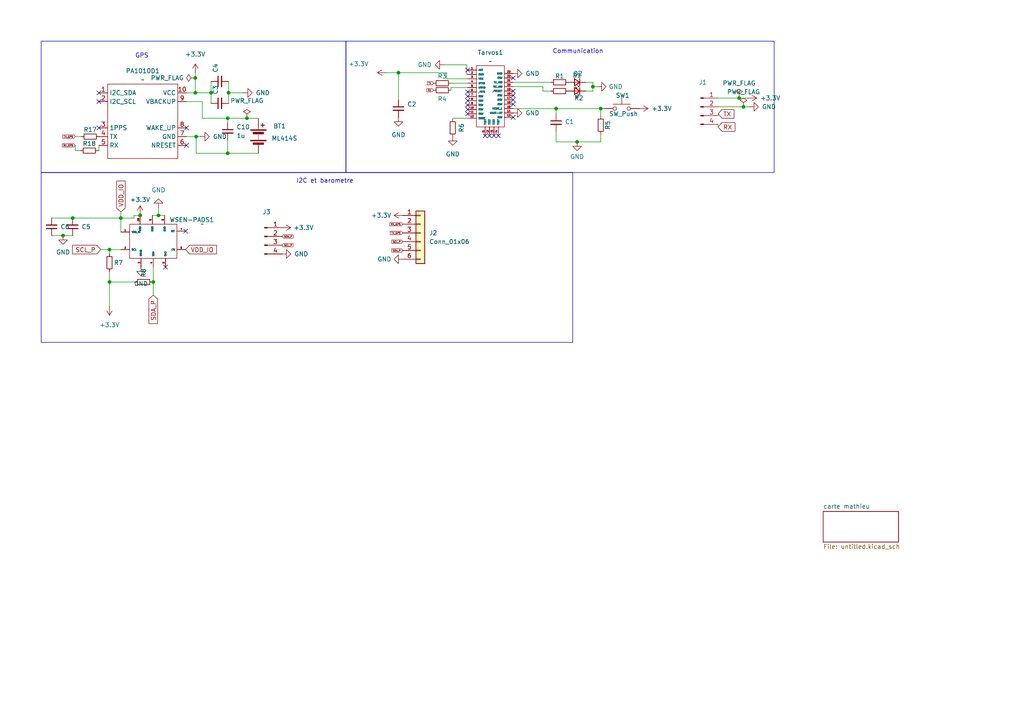
<source format=kicad_sch>
(kicad_sch (version 20231120) (generator "eeschema") (generator_version "8.0")
  (paper "A4")
  (lib_symbols
    (symbol "Connector:Conn_01x04_Pin" (pin_names (offset 1.016) hide)
      (property "Reference" "J" (at 0 5.08 0))
      (property "Value" "Conn_01x04_Pin" (at 0 -7.62 0))
      (symbol "Conn_01x04_Pin_1_1"
        (polyline (pts (xy 1.27 -5.08) (xy 0.8636 -5.08)) (stroke (width 0.1524)))
        (polyline (pts (xy 1.27 -2.54) (xy 0.8636 -2.54)) (stroke (width 0.1524)))
        (polyline (pts (xy 1.27 0) (xy 0.8636 0)) (stroke (width 0.1524)))
        (polyline (pts (xy 1.27 2.54) (xy 0.8636 2.54)) (stroke (width 0.1524)))
        (rectangle (start 0.8636 -4.953) (end 0 -5.207) (stroke (width 0.1524)) (fill (type outline)))
        (rectangle (start 0.8636 -2.413) (end 0 -2.667) (stroke (width 0.1524)) (fill (type outline)))
        (rectangle (start 0.8636 0.127) (end 0 -0.127) (stroke (width 0.1524)) (fill (type outline)))
        (rectangle (start 0.8636 2.667) (end 0 2.413) (stroke (width 0.1524)) (fill (type outline)))
        (pin passive line (at 5.08 2.54 180) (length 3.81) (name "Pin_1") (number "1"))
        (pin passive line (at 5.08 0 180) (length 3.81) (name "Pin_2") (number "2"))
        (pin passive line (at 5.08 -2.54 180) (length 3.81) (name "Pin_3") (number "3"))
        (pin passive line (at 5.08 -5.08 180) (length 3.81) (name "Pin_4") (number "4"))
      )
    )
    (symbol "Connector_Generic:Conn_01x06" (pin_names (offset 1.016) hide)
      (property "Reference" "J" (at 0 7.62 0))
      (property "Value" "Conn_01x06" (at 0 -10.16 0))
      (symbol "Conn_01x06_1_1"
        (rectangle (start -1.27 -7.493) (end 0 -7.747) (stroke (width 0.1524)))
        (rectangle (start -1.27 -4.953) (end 0 -5.207) (stroke (width 0.1524)))
        (rectangle (start -1.27 -2.413) (end 0 -2.667) (stroke (width 0.1524)))
        (rectangle (start -1.27 0.127) (end 0 -0.127) (stroke (width 0.1524)))
        (rectangle (start -1.27 2.667) (end 0 2.413) (stroke (width 0.1524)))
        (rectangle (start -1.27 5.207) (end 0 4.953) (stroke (width 0.1524)))
        (rectangle (start -1.27 6.35) (end 1.27 -8.89) (stroke (width 0.254)) (fill (type background)))
        (pin passive line (at -5.08 5.08 0) (length 3.81) (name "Pin_1") (number "1"))
        (pin passive line (at -5.08 2.54 0) (length 3.81) (name "Pin_2") (number "2"))
        (pin passive line (at -5.08 0 0) (length 3.81) (name "Pin_3") (number "3"))
        (pin passive line (at -5.08 -2.54 0) (length 3.81) (name "Pin_4") (number "4"))
        (pin passive line (at -5.08 -5.08 0) (length 3.81) (name "Pin_5") (number "5"))
        (pin passive line (at -5.08 -7.62 0) (length 3.81) (name "Pin_6") (number "6"))
      )
    )
    (symbol "Device:Battery" (pin_numbers hide) (pin_names (offset 0) hide)
      (property "Reference" "BT" (at 2.54 2.54 0))
      (property "Value" "Battery" (at 2.54 0 0))
      (symbol "Battery_0_1"
        (rectangle (start -2.286 -1.27) (end 2.286 -1.524) (fill (type outline)))
        (rectangle (start -2.286 1.778) (end 2.286 1.524) (fill (type outline)))
        (rectangle (start -1.524 -2.032) (end 1.524 -2.54) (fill (type outline)))
        (rectangle (start -1.524 1.016) (end 1.524 0.508) (fill (type outline)))
        (polyline (pts (xy 0 -1.016) (xy 0 -0.762)))
        (polyline (pts (xy 0 -0.508) (xy 0 -0.254)))
        (polyline (pts (xy 0 0) (xy 0 0.254)))
        (polyline (pts (xy 0 1.778) (xy 0 2.54)))
        (polyline (pts (xy 0.762 3.048) (xy 1.778 3.048)) (stroke (width 0.254)))
        (polyline (pts (xy 1.27 3.556) (xy 1.27 2.54)) (stroke (width 0.254)))
      )
      (symbol "Battery_1_1"
        (pin passive line (at 0 5.08 270) (length 2.54) (name "+") (number "1"))
        (pin passive line (at 0 -5.08 90) (length 2.54) (name "-") (number "2"))
      )
    )
    (symbol "Device:C_Small" (pin_numbers hide) (pin_names (offset 0.254) hide)
      (property "Reference" "C" (at 0.254 1.778 0))
      (property "Value" "C_Small" (at 0.254 -2.032 0))
      (symbol "C_Small_0_1"
        (polyline (pts (xy -1.524 -0.508) (xy 1.524 -0.508)) (stroke (width 0.3302)))
        (polyline (pts (xy -1.524 0.508) (xy 1.524 0.508)) (stroke (width 0.3048)))
      )
      (symbol "C_Small_1_1"
        (pin passive line (at 0 2.54 270) (length 2.032) (name "~") (number "1"))
        (pin passive line (at 0 -2.54 90) (length 2.032) (name "~") (number "2"))
      )
    )
    (symbol "Device:LED_Small" (pin_numbers hide) (pin_names (offset 0.254) hide)
      (property "Reference" "D" (at -1.27 3.175 0))
      (property "Value" "LED_Small" (at -4.445 -2.54 0))
      (symbol "LED_Small_0_1"
        (polyline (pts (xy -0.762 -1.016) (xy -0.762 1.016)) (stroke (width 0.254)))
        (polyline (pts (xy 1.016 0) (xy -0.762 0)))
        (polyline (pts (xy 0.762 -1.016) (xy -0.762 0) (xy 0.762 1.016) (xy 0.762 -1.016)) (stroke (width 0.254)))
        (polyline (pts (xy 0 0.762) (xy -0.508 1.27) (xy -0.254 1.27) (xy -0.508 1.27) (xy -0.508 1.016)))
        (polyline (pts (xy 0.508 1.27) (xy 0 1.778) (xy 0.254 1.778) (xy 0 1.778) (xy 0 1.524)))
      )
      (symbol "LED_Small_1_1"
        (pin passive line (at -2.54 0 0) (length 1.778) (name "K") (number "1"))
        (pin passive line (at 2.54 0 180) (length 1.778) (name "A") (number "2"))
      )
    )
    (symbol "Device:R_Small" (pin_numbers hide) (pin_names (offset 0.254) hide)
      (property "Reference" "R" (at 0.762 0.508 0))
      (property "Value" "R_Small" (at 0.762 -1.016 0))
      (symbol "R_Small_0_1"
        (rectangle (start -0.762 1.778) (end 0.762 -1.778) (stroke (width 0.2032)))
      )
      (symbol "R_Small_1_1"
        (pin passive line (at 0 2.54 270) (length 0.762) (name "~") (number "1"))
        (pin passive line (at 0 -2.54 90) (length 0.762) (name "~") (number "2"))
      )
    )
    (symbol "PA1010D:PA1010D"
      (property "Reference" "PA1010D" (at 0 3.048 0))
      (symbol "PA1010D_0_1"
        (rectangle (start -8.89 0) (end 11.43 -21.59))
      )
      (symbol "PA1010D_1_1"
        (pin input line (at -11.43 -2.54 0) (length 2.54) (name "I2C_SDA") (number "1"))
        (pin power_in line (at 13.97 -2.54 180) (length 2.54) (name "VCC") (number "10"))
        (pin input line (at -11.43 -5.08 0) (length 2.54) (name "I2C_SCL") (number "2"))
        (pin input line (at -11.43 -12.7 0) (length 2.54) (name "1PPS") (number "3"))
        (pin output line (at -11.43 -15.24 0) (length 2.54) (name "TX") (number "4"))
        (pin input line (at -11.43 -17.78 0) (length 2.54) (name "RX") (number "5"))
        (pin input line (at 13.97 -17.78 180) (length 2.54) (name "NRESET") (number "6"))
        (pin power_in line (at 13.97 -15.24 180) (length 2.54) (name "GND") (number "7"))
        (pin input line (at 13.97 -12.7 180) (length 2.54) (name "WAKE_UP") (number "8"))
        (pin power_in line (at 13.97 -5.08 180) (length 2.54) (name "VBACKUP") (number "9"))
      )
    )
    (symbol "Switch:SW_Push" (pin_numbers hide) (pin_names (offset 1.016) hide)
      (property "Reference" "SW" (at 1.27 2.54 0))
      (property "Value" "SW_Push" (at 0 -1.524 0))
      (symbol "SW_Push_0_1"
        (circle (center -2.032 0) (radius 0.508))
        (polyline (pts (xy 0 1.27) (xy 0 3.048)))
        (polyline (pts (xy 2.54 1.27) (xy -2.54 1.27)))
        (circle (center 2.032 0) (radius 0.508))
        (pin passive line (at -5.08 0 0) (length 2.54) (name "1") (number "1"))
        (pin passive line (at 5.08 0 180) (length 2.54) (name "2") (number "2"))
      )
    )
    (symbol "Tarvos III:Tarvos"
      (property "Reference" "Tarvos" (at 0 0 0))
      (symbol "Tarvos_0_1"
        (rectangle (start -3.81 -1.27) (end 4.318 -19.05))
      )
      (symbol "Tarvos_1_1"
        (pin input line (at -6.35 -2.54 0) (length 2.54) (name "ANT") (number "1"))
        (pin input line (at -6.35 -13.97 0) (length 2.54) (name "RSV") (number "10"))
        (pin input line (at -6.35 -15.24 0) (length 2.54) (name "RSV") (number "11"))
        (pin input line (at -6.35 -16.51 0) (length 2.54) (name "BOOT") (number "12"))
        (pin input line (at 6.858 -16.256 180) (length 2.54) (name "RSV") (number "13"))
        (pin input line (at 6.858 -14.986 180) (length 2.54) (name "WAKE-UP") (number "14"))
        (pin input line (at 6.858 -13.716 180) (length 2.54) (name "MODE_1") (number "15"))
        (pin input line (at 6.858 -12.446 180) (length 2.54) (name "RSV") (number "16"))
        (pin input line (at 6.858 -11.176 180) (length 2.54) (name "RSV") (number "17"))
        (pin input line (at 6.858 -9.906 180) (length 2.54) (name "RSV") (number "18"))
        (pin input line (at 6.858 -8.636 180) (length 2.54) (name "/RESET") (number "19"))
        (pin input line (at -6.35 -3.81 0) (length 2.54) (name "GND") (number "2"))
        (pin input line (at 6.858 -7.366 180) (length 2.54) (name "RX_IND") (number "20"))
        (pin input line (at 6.858 -6.096 180) (length 2.54) (name "TX_IND") (number "21"))
        (pin input line (at 6.858 -4.826 180) (length 2.54) (name "RSV") (number "22"))
        (pin input line (at 6.858 -3.556 180) (length 2.54) (name "GND") (number "23"))
        (pin input line (at -6.35 -5.08 0) (length 2.54) (name "VCC") (number "3"))
        (pin input line (at -6.35 -6.35 0) (length 2.54) (name "UTXD") (number "4"))
        (pin input line (at -6.35 -7.62 0) (length 2.54) (name "URXD") (number "5"))
        (pin input line (at -6.35 -8.89 0) (length 2.54) (name "/RTS") (number "6"))
        (pin input line (at -6.35 -10.16 0) (length 2.54) (name "RSV") (number "7"))
        (pin input line (at -6.35 -11.43 0) (length 2.54) (name "RSV") (number "8"))
        (pin input line (at -6.35 -12.7 0) (length 2.54) (name "RSV") (number "9"))
        (pin input line (at -1.27 -21.59 90) (length 2.54) (name "TEST") (number "i1"))
        (pin input line (at 0 -21.59 90) (length 2.54) (name "TEST") (number "i2"))
        (pin input line (at 1.27 -21.59 90) (length 2.54) (name "TEST") (number "i3"))
        (pin input line (at 2.54 -21.59 90) (length 2.54) (name "TEST") (number "i4"))
      )
    )
    (symbol "WSEN-PADS:WSEN-PADS"
      (property "Reference" "WSEN-PADS" (at 0 -8.128 0))
      (symbol "WSEN-PADS_0_1"
        (rectangle (start -6.604 -4.064) (end 7.112 -13.97))
      )
      (symbol "WSEN-PADS_1_1"
        (pin input line (at -9.144 -6.35 0) (length 2.54) (name "VDD_IO") (number "1"))
        (pin input line (at -3.556 -1.524 270) (length 2.54) (name "VDD") (number "10"))
        (pin input line (at -9.144 -11.43 0) (length 2.54) (name "SCL") (number "2"))
        (pin input line (at -3.302 -16.51 90) (length 2.54) (name "RSVD") (number "3"))
        (pin input line (at 0.254 -16.51 90) (length 2.54) (name "SDA") (number "4"))
        (pin input line (at 3.81 -16.51 90) (length 2.54) (name "SAO") (number "5"))
        (pin input line (at 9.652 -11.43 180) (length 2.54) (name "CS") (number "6"))
        (pin input line (at 9.652 -6.096 180) (length 2.54) (name "INT") (number "7"))
        (pin input line (at 3.556 -1.524 270) (length 2.54) (name "GND") (number "8"))
        (pin input line (at 0 -1.524 270) (length 2.54) (name "GND") (number "9"))
      )
    )
    (symbol "power:+3.3V" (power) (pin_numbers hide) (pin_names (offset 0) hide)
      (property "Value" "+3.3V" (at 0 3.556 0))
      (symbol "+3.3V_0_1"
        (polyline (pts (xy -0.762 1.27) (xy 0 2.54)))
        (polyline (pts (xy 0 0) (xy 0 2.54)))
        (polyline (pts (xy 0 2.54) (xy 0.762 1.27)))
      )
      (symbol "+3.3V_1_1"
        (pin power_in line (at 0 0 90) (length 0) (name "~") (number "1"))
      )
    )
    (symbol "power:GND" (power) (pin_numbers hide) (pin_names (offset 0) hide)
      (property "Value" "GND" (at 0 -3.81 0))
      (symbol "GND_0_1"
        (polyline (pts (xy 0 0) (xy 0 -1.27) (xy 1.27 -1.27) (xy 0 -2.54) (xy -1.27 -1.27) (xy 0 -1.27)))
      )
      (symbol "GND_1_1"
        (pin power_in line (at 0 0 270) (length 0) (name "~") (number "1"))
      )
    )
    (symbol "power:PWR_FLAG" (power) (pin_numbers hide) (pin_names (offset 0) hide)
      (property "Value" "PWR_FLAG" (at 0 3.81 0))
      (symbol "PWR_FLAG_0_0"
        (pin power_out line (at 0 0 90) (length 0) (name "~") (number "1"))
      )
      (symbol "PWR_FLAG_0_1"
        (polyline (pts (xy 0 0) (xy 0 1.27) (xy -1.016 1.905) (xy 0 2.54) (xy 1.016 1.905) (xy 0 1.27)))
      )
    )
  )
  (junction (at 21.082 63.246))
  (junction (at 56.896 39.624))
  (junction (at 31.75 81.788))
  (junction (at 66.294 26.924))
  (junction (at 171.958 25.146))
  (junction (at 35.052 63.246))
  (junction (at 56.642 26.924))
  (junction (at 56.642 22.606))
  (junction (at 18.288 68.326))
  (junction (at 61.214 26.924))
  (junction (at 215.646 30.988))
  (junction (at 174.244 31.496))
  (junction (at 66.04 44.45))
  (junction (at 115.57 21.082))
  (junction (at 40.64 62.484))
  (junction (at 161.29 31.496))
  (junction (at 45.974 62.484))
  (junction (at 214.376 28.448))
  (junction (at 167.386 41.148))
  (junction (at 71.628 34.29))
  (junction (at 66.04 34.29))
  (junction (at 31.75 72.39))
  (junction (at 44.45 81.788))
  (no_connect (at 140.716 39.37))
  (no_connect (at 148.844 30.226))
  (no_connect (at 141.986 39.37))
  (no_connect (at 144.526 39.37))
  (no_connect (at 135.636 26.67))
  (no_connect (at 135.636 30.48))
  (no_connect (at 148.844 28.956))
  (no_connect (at 54.102 42.164))
  (no_connect (at 148.844 26.416))
  (no_connect (at 54.102 37.084))
  (no_connect (at 143.256 39.37))
  (no_connect (at 135.636 31.75))
  (no_connect (at 135.636 33.02))
  (no_connect (at 148.844 27.686))
  (no_connect (at 148.844 22.606))
  (no_connect (at 28.702 29.464))
  (no_connect (at 148.844 34.036))
  (no_connect (at 53.848 67.056))
  (no_connect (at 28.702 26.924))
  (no_connect (at 48.006 77.47))
  (no_connect (at 135.636 20.32))
  (no_connect (at 135.636 29.21))
  (no_connect (at 135.636 27.94))
  (no_connect (at 28.702 37.084))
  (wire (pts (xy 208.28 33.02) (xy 208.28 33.528)))
  (wire (pts (xy 173.228 25.146) (xy 171.958 25.146)))
  (wire (pts (xy 66.04 34.29) (xy 66.04 35.56)))
  (wire (pts (xy 66.294 26.924) (xy 70.612 26.924)))
  (wire (pts (xy 58.166 39.624) (xy 56.896 39.624)))
  (wire (pts (xy 159.766 23.876) (xy 148.844 23.876)))
  (wire (pts (xy 44.45 77.47) (xy 44.45 81.788)))
  (wire (pts (xy 31.75 81.788) (xy 39.116 81.788)))
  (wire (pts (xy 40.64 62.23) (xy 40.64 62.484)))
  (wire (pts (xy 161.29 31.496) (xy 174.244 31.496)))
  (wire (pts (xy 66.294 23.622) (xy 66.294 26.924)))
  (wire (pts (xy 44.196 81.788) (xy 44.45 81.788)))
  (wire (pts (xy 56.642 21.082) (xy 56.642 22.606)))
  (wire (pts (xy 14.986 63.246) (xy 21.082 63.246)))
  (wire (pts (xy 31.75 72.39) (xy 35.052 72.39)))
  (wire (pts (xy 157.48 26.416) (xy 157.48 25.146)))
  (wire (pts (xy 38.862 63.246) (xy 38.862 62.484)))
  (wire (pts (xy 129.54 22.86) (xy 135.636 22.86)))
  (wire (pts (xy 217.424 30.988) (xy 215.646 30.988)))
  (wire (pts (xy 71.628 34.29) (xy 74.93 34.29)))
  (wire (pts (xy 35.052 61.468) (xy 35.052 63.246)))
  (wire (pts (xy 208.28 36.83) (xy 208.28 36.068)))
  (wire (pts (xy 54.102 26.924) (xy 56.642 26.924)))
  (wire (pts (xy 45.974 62.484) (xy 47.752 62.484)))
  (wire (pts (xy 130.81 25.4) (xy 130.81 26.162)))
  (wire (pts (xy 28.702 43.688) (xy 28.702 42.164)))
  (wire (pts (xy 216.916 28.448) (xy 214.376 28.448)))
  (wire (pts (xy 66.04 44.45) (xy 66.04 40.64)))
  (wire (pts (xy 31.75 81.788) (xy 31.75 78.74)))
  (wire (pts (xy 135.636 34.29) (xy 131.318 34.29)))
  (wire (pts (xy 135.382 18.796) (xy 135.382 21.59)))
  (wire (pts (xy 129.54 21.082) (xy 129.54 22.86)))
  (wire (pts (xy 31.75 88.9) (xy 31.75 81.788)))
  (wire (pts (xy 31.75 73.66) (xy 31.75 72.39)))
  (wire (pts (xy 54.102 29.464) (xy 58.674 29.464)))
  (wire (pts (xy 58.674 34.29) (xy 66.04 34.29)))
  (wire (pts (xy 159.766 26.416) (xy 157.48 26.416)))
  (wire (pts (xy 169.926 23.876) (xy 171.958 23.876)))
  (wire (pts (xy 61.214 26.924) (xy 61.214 29.972)))
  (wire (pts (xy 130.81 24.13) (xy 135.636 24.13)))
  (wire (pts (xy 35.052 63.246) (xy 35.052 67.31)))
  (wire (pts (xy 167.386 41.148) (xy 174.244 41.148)))
  (wire (pts (xy 21.082 63.246) (xy 35.052 63.246)))
  (wire (pts (xy 214.376 28.448) (xy 208.28 28.448)))
  (wire (pts (xy 174.244 31.496) (xy 174.244 33.782)))
  (wire (pts (xy 45.974 60.198) (xy 45.974 62.484)))
  (wire (pts (xy 215.646 30.988) (xy 208.28 30.988)))
  (wire (pts (xy 18.288 68.326) (xy 21.082 68.326)))
  (wire (pts (xy 28.448 43.688) (xy 28.702 43.688)))
  (wire (pts (xy 56.896 44.45) (xy 66.04 44.45)))
  (wire (pts (xy 23.368 43.688) (xy 21.844 43.688)))
  (wire (pts (xy 56.896 39.624) (xy 54.102 39.624)))
  (wire (pts (xy 171.958 25.146) (xy 171.958 26.416)))
  (wire (pts (xy 56.642 22.606) (xy 56.642 26.924)))
  (wire (pts (xy 56.896 39.624) (xy 56.896 44.45)))
  (wire (pts (xy 128.778 18.796) (xy 135.382 18.796)))
  (wire (pts (xy 29.21 72.39) (xy 31.75 72.39)))
  (wire (pts (xy 135.382 21.59) (xy 135.636 21.59)))
  (wire (pts (xy 148.844 31.496) (xy 161.29 31.496)))
  (wire (pts (xy 21.844 43.688) (xy 21.844 42.164)))
  (wire (pts (xy 58.674 29.464) (xy 58.674 34.29)))
  (wire (pts (xy 61.214 23.622) (xy 61.214 26.924)))
  (wire (pts (xy 135.636 25.4) (xy 130.81 25.4)))
  (wire (pts (xy 21.844 39.624) (xy 23.622 39.624)))
  (wire (pts (xy 115.57 21.082) (xy 115.57 28.956)))
  (wire (pts (xy 14.986 68.326) (xy 18.288 68.326)))
  (wire (pts (xy 171.958 23.876) (xy 171.958 25.146)))
  (wire (pts (xy 161.29 41.148) (xy 167.386 41.148)))
  (wire (pts (xy 66.294 26.924) (xy 66.294 29.972)))
  (wire (pts (xy 174.244 41.148) (xy 174.244 38.862)))
  (wire (pts (xy 115.57 21.082) (xy 129.54 21.082)))
  (wire (pts (xy 56.642 26.924) (xy 61.214 26.924)))
  (wire (pts (xy 157.48 25.146) (xy 148.844 25.146)))
  (wire (pts (xy 38.862 62.484) (xy 40.64 62.484)))
  (wire (pts (xy 161.29 31.496) (xy 161.29 33.02)))
  (wire (pts (xy 66.04 34.29) (xy 71.628 34.29)))
  (wire (pts (xy 44.196 62.484) (xy 45.974 62.484)))
  (wire (pts (xy 131.318 34.29) (xy 131.318 34.544)))
  (wire (pts (xy 112.014 21.082) (xy 115.57 21.082)))
  (wire (pts (xy 169.926 26.416) (xy 171.958 26.416)))
  (wire (pts (xy 35.052 63.246) (xy 38.862 63.246)))
  (wire (pts (xy 174.244 31.496) (xy 175.26 31.496)))
  (wire (pts (xy 44.45 81.788) (xy 44.45 85.598)))
  (wire (pts (xy 161.29 38.1) (xy 161.29 41.148)))
  (wire (pts (xy 66.04 44.45) (xy 74.93 44.45)))
  (rectangle (start 11.938 50.038) (end 166.116 99.314))
  (rectangle (start 11.938 11.938) (end 100.33 50.038))
  (rectangle (start 100.33 11.938) (end 224.536 50.038))
  (text "Communication" (at 167.64 14.986 0) (effects (font (size 1.27 1.27))))
  (text "GPS\n" (at 41.148 16.256 0) (effects (font (size 1.27 1.27))))
  (text "I2C et barometre" (at 94.234 52.578 0) (effects (font (size 1.27 1.27))))
  (global_label "SCL_P" (shape input) (at 81.788 71.12 0) (effects (font (size 0.5 0.5))) (property "Intersheetrefs" "${INTERSHEET_REFS}" (effects (hide yes))))
  (global_label "SCL_P" (shape input) (at 29.21 72.39 180) (property "Intersheetrefs" "${INTERSHEET_REFS}" (effects (hide yes))))
  (global_label "TX_GPS" (shape input) (at 21.844 39.624 180) (effects (font (size 0.5 0.5))) (property "Intersheetrefs" "${INTERSHEET_REFS}" (effects (hide yes))))
  (global_label "SDA_P" (shape input) (at 116.84 72.644 180) (effects (font (size 0.5 0.5))) (property "Intersheetrefs" "${INTERSHEET_REFS}" (effects (hide yes))))
  (global_label "RX_GPS" (shape input) (at 116.84 65.024 180) (effects (font (size 0.5 0.5))) (property "Intersheetrefs" "${INTERSHEET_REFS}" (effects (hide yes))))
  (global_label "SDA_P" (shape input) (at 44.45 85.598 270) (property "Intersheetrefs" "${INTERSHEET_REFS}" (effects (hide yes))))
  (global_label "TX" (shape input) (at 125.73 24.13 180) (effects (font (size 0.5 0.5))) (property "Intersheetrefs" "${INTERSHEET_REFS}" (effects (hide yes))))
  (global_label "SCL_P" (shape input) (at 116.84 70.104 180) (effects (font (size 0.5 0.5))) (property "Intersheetrefs" "${INTERSHEET_REFS}" (effects (hide yes))))
  (global_label "RX" (shape input) (at 125.73 26.162 180) (effects (font (size 0.5 0.5))) (property "Intersheetrefs" "${INTERSHEET_REFS}" (effects (hide yes))))
  (global_label "TX_GPS" (shape input) (at 116.84 67.564 180) (effects (font (size 0.5 0.5))) (property "Intersheetrefs" "${INTERSHEET_REFS}" (effects (hide yes))))
  (global_label "VDD_IO" (shape input) (at 35.052 61.468 90) (property "Intersheetrefs" "${INTERSHEET_REFS}" (effects (hide yes))))
  (global_label "TX" (shape input) (at 208.28 33.02 0) (property "Intersheetrefs" "${INTERSHEET_REFS}" (effects (hide yes))))
  (global_label "VDD_IO" (shape input) (at 53.848 72.39 0) (property "Intersheetrefs" "${INTERSHEET_REFS}" (effects (hide yes))))
  (global_label "RX" (shape input) (at 208.28 36.83 0) (property "Intersheetrefs" "${INTERSHEET_REFS}" (effects (hide yes))))
  (global_label "SDA_P" (shape input) (at 81.788 68.58 0) (effects (font (size 0.5 0.5))) (property "Intersheetrefs" "${INTERSHEET_REFS}" (effects (hide yes))))
  (global_label "RX_GPS" (shape input) (at 21.844 42.164 180) (effects (font (size 0.5 0.5))) (property "Intersheetrefs" "${INTERSHEET_REFS}" (effects (hide yes))))
  (symbol (lib_id "Device:R_Small") (at 128.27 24.13 90) (unit 1)
    (property "Reference" "R3" (at 128.27 22.098 90))
    (property "Value" "1000" (effects (hide yes)))
    (property "Footprint" "Resistor_SMD:R_0402_1005Metric" (effects (hide yes)))
    (property "Description" "Resistor, small symbol" (effects (hide yes)))
  )
  (symbol (lib_id "power:GND") (at 45.974 60.198 180) (unit 1)
    (property "Reference" "#PWR016" (effects (hide yes)))
    (property "Value" "GND" (at 45.974 55.118 0))
    (property "Description" "Power symbol creates a global label with name \"GND\" , ground" (effects (hide yes)))
  )
  (symbol (lib_id "power:PWR_FLAG") (at 56.642 22.606 90) (unit 1)
    (property "Reference" "#FLG04" (effects (hide yes)))
    (property "Value" "PWR_FLAG" (at 53.34 22.6059 90) (effects (justify left)))
    (property "Description" "Special symbol for telling ERC where power comes from" (effects (hide yes)))
  )
  (symbol (lib_id "power:GND") (at 167.386 41.148 0) (unit 1)
    (property "Reference" "#PWR04" (effects (hide yes)))
    (property "Value" "GND" (at 167.386 45.466 0))
    (property "Description" "Power symbol creates a global label with name \"GND\" , ground" (effects (hide yes)))
  )
  (symbol (lib_id "power:GND") (at 148.844 32.766 90) (unit 1)
    (property "Reference" "#PWR02" (effects (hide yes)))
    (property "Value" "GND" (at 152.4 32.7659 90) (effects (justify right)))
    (property "Description" "Power symbol creates a global label with name \"GND\" , ground" (effects (hide yes)))
  )
  (symbol (lib_id "Device:C_Small") (at 63.754 29.972 90) (unit 1)
    (property "Reference" "C3" (at 62.4902 27.432 0) (effects (justify left)))
    (property "Value" "100u" (effects (hide yes)))
    (property "Footprint" "Capacitor_SMD:C_0402_1005Metric" (effects (hide yes)))
    (property "Description" "Unpolarized capacitor, small symbol" (effects (hide yes)))
  )
  (symbol (lib_id "power:GND") (at 131.318 39.624 0) (unit 1)
    (property "Reference" "#PWR011" (effects (hide yes)))
    (property "Value" "GND" (at 131.318 44.704 0))
    (property "Description" "Power symbol creates a global label with name \"GND\" , ground" (effects (hide yes)))
  )
  (symbol (lib_id "power:PWR_FLAG") (at 215.646 30.988 0) (unit 1)
    (property "Reference" "#FLG02" (effects (hide yes)))
    (property "Value" "PWR_FLAG" (at 215.646 26.67 0))
    (property "Description" "Special symbol for telling ERC where power comes from" (effects (hide yes)))
  )
  (symbol (lib_id "power:+3.3V") (at 216.916 28.448 270) (unit 1)
    (property "Reference" "#PWR09" (effects (hide yes)))
    (property "Value" "+3.3V" (at 220.472 28.4479 90) (effects (justify left)))
    (property "Description" "Power symbol creates a global label with name \"+3.3V\"" (effects (hide yes)))
  )
  (symbol (lib_id "Device:R_Small") (at 41.656 81.788 90) (unit 1)
    (property "Reference" "R8" (at 41.656 80.518 0) (effects (justify left)))
    (property "Value" "2.2k" (effects (hide yes)))
    (property "Footprint" "Resistor_SMD:R_0402_1005Metric" (effects (hide yes)))
    (property "Description" "Resistor, small symbol" (effects (hide yes)))
  )
  (symbol (lib_id "power:+3.3V") (at 185.42 31.496 270) (unit 1)
    (property "Reference" "#PWR03" (effects (hide yes)))
    (property "Value" "+3.3V" (at 188.976 31.4959 90) (effects (justify left)))
    (property "Description" "Power symbol creates a global label with name \"+3.3V\"" (effects (hide yes)))
  )
  (symbol (lib_id "Device:R_Small") (at 162.306 23.876 90) (unit 1)
    (property "Reference" "R1" (at 162.306 22.098 90))
    (property "Value" "220" (effects (hide yes)))
    (property "Footprint" "Resistor_SMD:R_0402_1005Metric" (effects (hide yes)))
    (property "Description" "Resistor, small symbol" (effects (hide yes)))
  )
  (symbol (lib_id "power:GND") (at 18.288 68.326 0) (unit 1)
    (property "Reference" "#PWR024" (effects (hide yes)))
    (property "Value" "GND" (at 18.288 73.152 0))
    (property "Description" "Power symbol creates a global label with name \"GND\" , ground" (effects (hide yes)))
  )
  (symbol (lib_id "Connector:Conn_01x04_Pin") (at 76.708 68.58 0) (unit 1)
    (property "Reference" "J3" (at 77.343 61.468 0))
    (property "Value" "Conn_01x04_Pin" (effects (hide yes)))
    (property "Footprint" "Connector_JST:JST_SH_SM04B-SRSS-TB_1x04-1MP_P1.00mm_Horizontal" (effects (hide yes)))
    (property "Description" "Generic connector, single row, 01x04, script generated" (effects (hide yes)))
  )
  (symbol (lib_id "power:GND") (at 217.424 30.988 90) (unit 1)
    (property "Reference" "#PWR08" (effects (hide yes)))
    (property "Value" "GND" (at 220.98 30.9879 90) (effects (justify right)))
    (property "Description" "Power symbol creates a global label with name \"GND\" , ground" (effects (hide yes)))
  )
  (symbol (lib_id "power:GND") (at 70.612 26.924 90) (unit 1)
    (property "Reference" "#PWR012" (effects (hide yes)))
    (property "Value" "GND" (at 74.168 26.9239 90) (effects (justify right)))
    (property "Description" "Power symbol creates a global label with name \"GND\" , ground" (effects (hide yes)))
  )
  (symbol (lib_id "power:+3.3V") (at 116.84 62.484 90) (unit 1)
    (property "Reference" "#PWR015" (effects (hide yes)))
    (property "Value" "+3.3V" (at 113.538 62.4839 90) (effects (justify left)))
    (property "Description" "Power symbol creates a global label with name \"+3.3V\"" (effects (hide yes)))
  )
  (symbol (lib_id "power:+3.3V") (at 81.788 66.04 270) (unit 1)
    (property "Reference" "#PWR020" (effects (hide yes)))
    (property "Value" "+3.3V" (at 85.09 66.0399 90) (effects (justify left)))
    (property "Description" "Power symbol creates a global label with name \"+3.3V\"" (effects (hide yes)))
  )
  (symbol (lib_id "Device:R_Small") (at 31.75 76.2 0) (unit 1)
    (property "Reference" "R7" (at 33.02 76.2 0) (effects (justify left)))
    (property "Value" "2.2k" (effects (hide yes)))
    (property "Footprint" "Resistor_SMD:R_0402_1005Metric" (effects (hide yes)))
    (property "Description" "Resistor, small symbol" (effects (hide yes)))
  )
  (symbol (lib_id "Switch:SW_Push") (at 180.34 31.496 0) (unit 1)
    (property "Reference" "SW1" (at 180.594 27.686 0))
    (property "Value" "SW_Push" (at 180.848 33.02 0))
    (property "Footprint" "kxt3:SW_KXT3" (effects (hide yes)))
    (property "Description" "Push button switch, generic, two pins" (effects (hide yes)))
  )
  (symbol (lib_id "Device:R_Small") (at 26.162 39.624 90) (unit 1)
    (property "Reference" "R17" (at 26.162 37.592 90))
    (property "Value" "1000" (effects (hide yes)))
    (property "Footprint" "Resistor_SMD:R_0402_1005Metric" (effects (hide yes)))
    (property "Description" "Resistor, small symbol" (effects (hide yes)))
  )
  (symbol (lib_id "Device:R_Small") (at 174.244 36.322 180) (unit 1)
    (property "Reference" "R5" (at 176.276 36.322 90))
    (property "Value" "10k" (effects (hide yes)))
    (property "Footprint" "Resistor_SMD:R_0402_1005Metric" (effects (hide yes)))
    (property "Description" "Resistor, small symbol" (effects (hide yes)))
  )
  (symbol (lib_id "power:+3.3V") (at 112.014 21.082 90) (unit 1)
    (property "Reference" "#PWR06" (effects (hide yes)))
    (property "Value" "+3.3V" (at 106.934 18.542 90) (effects (justify left)))
    (property "Description" "Power symbol creates a global label with name \"+3.3V\"" (effects (hide yes)))
  )
  (symbol (lib_id "power:GND") (at 58.166 39.624 90) (unit 1)
    (property "Reference" "#PWR013" (effects (hide yes)))
    (property "Value" "GND" (at 61.722 39.6239 90) (effects (justify right)))
    (property "Description" "Power symbol creates a global label with name \"GND\" , ground" (effects (hide yes)))
  )
  (symbol (lib_id "power:PWR_FLAG") (at 71.628 34.29 0) (unit 1)
    (property "Reference" "#FLG03" (effects (hide yes)))
    (property "Value" "PWR_FLAG" (at 71.628 29.21 0))
    (property "Description" "Special symbol for telling ERC where power comes from" (effects (hide yes)))
  )
  (symbol (lib_id "Device:C_Small") (at 161.29 35.56 0) (unit 1)
    (property "Reference" "C1" (at 163.83 35.306 0) (effects (justify left)))
    (property "Value" "10n" (effects (hide yes)))
    (property "Footprint" "Capacitor_SMD:C_0402_1005Metric" (effects (hide yes)))
    (property "Description" "Unpolarized capacitor, small symbol" (effects (hide yes)))
  )
  (symbol (lib_id "Device:C_Small") (at 21.082 65.786 180) (unit 1)
    (property "Reference" "C5" (at 23.622 65.7795 0) (effects (justify right)))
    (property "Value" "4.7u" (effects (hide yes)))
    (property "Footprint" "Capacitor_SMD:C_0402_1005Metric" (effects (hide yes)))
    (property "Description" "Unpolarized capacitor, small symbol" (effects (hide yes)))
  )
  (symbol (lib_id "power:GND") (at 81.788 73.66 90) (unit 1)
    (property "Reference" "#PWR021" (effects (hide yes)))
    (property "Value" "GND" (at 85.344 73.6599 90) (effects (justify right)))
    (property "Description" "Power symbol creates a global label with name \"GND\" , ground" (effects (hide yes)))
  )
  (symbol (lib_id "Connector_Generic:Conn_01x06") (at 121.92 67.564 0) (unit 1)
    (property "Reference" "J2" (at 124.46 67.5639 0) (effects (justify left)))
    (property "Value" "Conn_01x06" (at 124.46 70.1039 0) (effects (justify left)))
    (property "Footprint" "Connector_JST:JST_SH_SM06B-SRSS-TB_1x06-1MP_P1.00mm_Horizontal" (effects (hide yes)))
    (property "Description" "Generic connector, single row, 01x06, script generated (kicad-library-utils/schlib/autogen/connector/)" (effects (hide yes)))
  )
  (symbol (lib_id "Device:Battery") (at 74.93 39.37 0) (unit 1)
    (property "Reference" "BT1" (at 79.248 36.576 0) (effects (justify left)))
    (property "Value" "ML414S" (at 78.74 40.132 0) (effects (justify left)))
    (property "Footprint" "MS414:MS421R-IV03E" (effects (hide yes)))
    (property "Description" "Multiple-cell battery" (effects (hide yes)))
  )
  (symbol (lib_id "power:+3.3V") (at 40.64 62.23 0) (unit 1)
    (property "Reference" "#PWR019" (effects (hide yes)))
    (property "Value" "+3.3V" (at 40.64 57.912 0))
    (property "Description" "Power symbol creates a global label with name \"+3.3V\"" (effects (hide yes)))
  )
  (symbol (lib_id "Tarvos III:Tarvos") (at 141.986 17.78 0) (unit 1)
    (property "Reference" "Tarvos1" (at 142.24 15.24 0))
    (property "Value" "~" (at 142.24 17.78 0))
    (property "Footprint" "tarvosiii:Tarvos III" (effects (hide yes)))
  )
  (symbol (lib_id "Device:C_Small") (at 115.57 31.496 0) (unit 1)
    (property "Reference" "C2" (at 118.11 30.2322 0) (effects (justify left)))
    (property "Value" "100u" (effects (hide yes)))
    (property "Footprint" "Capacitor_SMD:C_0402_1005Metric" (effects (hide yes)))
    (property "Description" "Unpolarized capacitor, small symbol" (effects (hide yes)))
  )
  (symbol (lib_id "Device:C_Small") (at 63.754 23.622 90) (unit 1)
    (property "Reference" "C4" (at 62.4902 21.082 0) (effects (justify left)))
    (property "Value" "100u" (effects (hide yes)))
    (property "Footprint" "Capacitor_SMD:C_0402_1005Metric" (effects (hide yes)))
    (property "Description" "Unpolarized capacitor, small symbol" (effects (hide yes)))
  )
  (symbol (lib_id "power:GND") (at 40.894 77.47 0) (unit 1)
    (property "Reference" "#PWR025" (effects (hide yes)))
    (property "Value" "GND" (at 40.894 82.296 0))
    (property "Description" "Power symbol creates a global label with name \"GND\" , ground" (effects (hide yes)))
  )
  (symbol (lib_id "Device:R_Small") (at 25.908 43.688 90) (unit 1)
    (property "Reference" "R18" (at 25.908 41.656 90))
    (property "Value" "1000" (effects (hide yes)))
    (property "Footprint" "Resistor_SMD:R_0402_1005Metric" (effects (hide yes)))
    (property "Description" "Resistor, small symbol" (effects (hide yes)))
  )
  (symbol (lib_id "Device:C_Small") (at 66.04 38.1 0) (unit 1)
    (property "Reference" "C10" (at 68.58 36.8362 0) (effects (justify left)))
    (property "Value" "1u" (at 68.58 39.3762 0) (effects (justify left)))
    (property "Footprint" "Capacitor_SMD:C_0402_1005Metric_Pad0.74x0.62mm_HandSolder" (effects (hide yes)))
    (property "Description" "Unpolarized capacitor, small symbol" (effects (hide yes)))
  )
  (symbol (lib_id "Device:R_Small") (at 131.318 37.084 180) (unit 1)
    (property "Reference" "R6" (at 133.858 37.084 90))
    (property "Value" "220" (effects (hide yes)))
    (property "Footprint" "Resistor_SMD:R_0402_1005Metric" (effects (hide yes)))
    (property "Description" "Resistor, small symbol" (effects (hide yes)))
  )
  (symbol (lib_id "power:GND") (at 116.84 75.184 270) (unit 1)
    (property "Reference" "#PWR017" (effects (hide yes)))
    (property "Value" "GND" (at 113.538 75.1839 90) (effects (justify right)))
    (property "Description" "Power symbol creates a global label with name \"GND\" , ground" (effects (hide yes)))
  )
  (symbol (lib_id "Connector:Conn_01x04_Pin") (at 203.2 30.988 0) (unit 1)
    (property "Reference" "J1" (at 203.835 23.876 0))
    (property "Value" "Conn_01x04_Pin" (effects (hide yes)))
    (property "Footprint" "Connector_JST:JST_SH_SM04B-SRSS-TB_1x04-1MP_P1.00mm_Horizontal" (effects (hide yes)))
    (property "Description" "Generic connector, single row, 01x04, script generated" (effects (hide yes)))
  )
  (symbol (lib_id "power:+3.3V") (at 56.642 21.082 0) (unit 1)
    (property "Reference" "#PWR014" (effects (hide yes)))
    (property "Value" "+3.3V" (at 56.642 15.748 0))
    (property "Description" "Power symbol creates a global label with name \"+3.3V\"" (effects (hide yes)))
  )
  (symbol (lib_id "Device:R_Small") (at 162.306 26.416 90) (unit 1)
    (property "Reference" "R2" (at 167.894 28.448 90))
    (property "Value" "220" (effects (hide yes)))
    (property "Footprint" "Resistor_SMD:R_0402_1005Metric" (effects (hide yes)))
    (property "Description" "Resistor, small symbol" (effects (hide yes)))
  )
  (symbol (lib_id "WSEN-PADS:WSEN-PADS") (at 44.196 60.96 0) (unit 1)
    (property "Reference" "WSEN-PADS1" (at 55.626 63.754 0))
    (property "Value" "~" (at 58.674 64.9713 0))
    (property "Footprint" "WSEN-PADS:WSEN-PADS" (effects (hide yes)))
  )
  (symbol (lib_id "power:GND") (at 173.228 25.146 90) (unit 1)
    (property "Reference" "#PWR01" (effects (hide yes)))
    (property "Value" "GND" (at 176.53 25.1459 90) (effects (justify right)))
    (property "Description" "Power symbol creates a global label with name \"GND\" , ground" (effects (hide yes)))
  )
  (symbol (lib_id "Device:LED_Small") (at 167.386 23.876 180) (unit 1)
    (property "Reference" "D1" (at 167.386 21.844 0))
    (property "Value" "LED_Small" (effects (hide yes)))
    (property "Footprint" "LED_SMD:LED_0603_1608Metric" (effects (hide yes)))
    (property "Description" "Light emitting diode, small symbol" (effects (hide yes)))
  )
  (symbol (lib_id "PA1010D:PA1010D") (at 40.132 24.384 0) (unit 1)
    (property "Reference" "PA1010D1" (at 41.402 20.574 0))
    (property "Value" "~" (at 41.402 23.114 0))
    (property "Footprint" "PA1010D:PA1010D" (effects (hide yes)))
  )
  (symbol (lib_id "Device:R_Small") (at 128.27 26.162 90) (unit 1)
    (property "Reference" "R4" (at 128.27 28.702 90))
    (property "Value" "1000" (effects (hide yes)))
    (property "Footprint" "Resistor_SMD:R_0402_1005Metric" (effects (hide yes)))
    (property "Description" "Resistor, small symbol" (effects (hide yes)))
  )
  (symbol (lib_id "power:PWR_FLAG") (at 214.376 28.448 0) (unit 1)
    (property "Reference" "#FLG01" (effects (hide yes)))
    (property "Value" "PWR_FLAG" (at 214.376 24.13 0))
    (property "Description" "Special symbol for telling ERC where power comes from" (effects (hide yes)))
  )
  (symbol (lib_id "Device:C_Small") (at 14.986 65.786 180) (unit 1)
    (property "Reference" "C6" (at 17.526 65.7795 0) (effects (justify right)))
    (property "Value" "100n" (effects (hide yes)))
    (property "Footprint" "Capacitor_SMD:C_0402_1005Metric" (effects (hide yes)))
    (property "Description" "Unpolarized capacitor, small symbol" (effects (hide yes)))
  )
  (symbol (lib_id "power:GND") (at 115.57 34.036 0) (unit 1)
    (property "Reference" "#PWR010" (effects (hide yes)))
    (property "Value" "GND" (at 115.57 39.116 0))
    (property "Description" "Power symbol creates a global label with name \"GND\" , ground" (effects (hide yes)))
  )
  (symbol (lib_id "Device:LED_Small") (at 167.386 26.416 180) (unit 1)
    (property "Reference" "D2" (at 167.64 21.336 0))
    (property "Value" "LED_Small" (effects (hide yes)))
    (property "Footprint" "LED_SMD:LED_0603_1608Metric" (effects (hide yes)))
    (property "Description" "Light emitting diode, small symbol" (effects (hide yes)))
  )
  (symbol (lib_id "power:+3.3V") (at 31.75 88.9 180) (unit 1)
    (property "Reference" "#PWR018" (effects (hide yes)))
    (property "Value" "+3.3V" (at 31.75 94.234 0))
    (property "Description" "Power symbol creates a global label with name \"+3.3V\"" (effects (hide yes)))
  )
  (symbol (lib_id "power:GND") (at 128.778 18.796 270) (unit 1)
    (property "Reference" "#PWR07" (effects (hide yes)))
    (property "Value" "GND" (at 125.222 18.7959 90) (effects (justify right)))
    (property "Description" "Power symbol creates a global label with name \"GND\" , ground" (effects (hide yes)))
  )
  (symbol (lib_id "power:GND") (at 148.844 21.336 90) (unit 1)
    (property "Reference" "#PWR05" (effects (hide yes)))
    (property "Value" "GND" (at 152.4 21.3359 90) (effects (justify right)))
    (property "Description" "Power symbol creates a global label with name \"GND\" , ground" (effects (hide yes)))
  )
  (sheet (at 238.76 148.336) (size 21.844 8.89) (stroke (width 0.1524))
    (property "Sheetname" "carte mathieu" (at 238.76 147.6244 0) (effects (justify left bottom)))
    (property "Sheetfile" "untitled.kicad_sch" (at 238.76 157.8106 0) (effects (justify left top)))
  )
)
</source>
